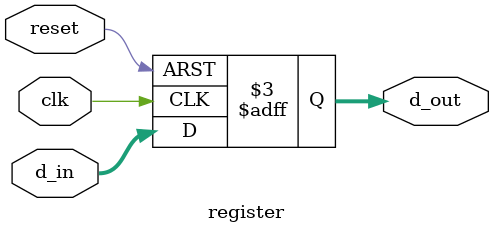
<source format=v>
`timescale 1ns / 1ps

module register(clk, reset, d_in, d_out);

  input clk, reset;
  input [3:0] d_in;
  output reg [3:0] d_out;

  always @ (posedge clk or negedge reset) begin
    if(!reset)
      d_out <= 4'b0000;
    else
      d_out <= d_in;
  end
endmodule

</source>
